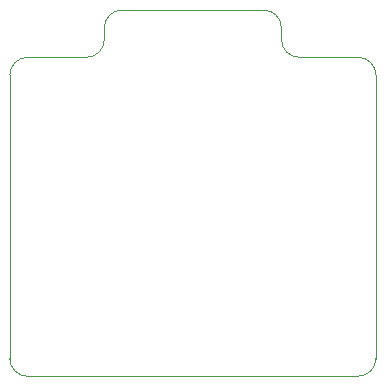
<source format=gm1>
G04 #@! TF.GenerationSoftware,KiCad,Pcbnew,7.0.1*
G04 #@! TF.CreationDate,2023-07-14T19:01:49+02:00*
G04 #@! TF.ProjectId,spectrophotometer_interface,73706563-7472-46f7-9068-6f746f6d6574,rev?*
G04 #@! TF.SameCoordinates,Original*
G04 #@! TF.FileFunction,Profile,NP*
%FSLAX46Y46*%
G04 Gerber Fmt 4.6, Leading zero omitted, Abs format (unit mm)*
G04 Created by KiCad (PCBNEW 7.0.1) date 2023-07-14 19:01:49*
%MOMM*%
%LPD*%
G01*
G04 APERTURE LIST*
G04 #@! TA.AperFunction,Profile*
%ADD10C,0.100000*%
G04 #@! TD*
G04 APERTURE END LIST*
D10*
X86969840Y-74500000D02*
X86969840Y-50500000D01*
X116469840Y-76000000D02*
X88469840Y-76000000D01*
X117969840Y-50500000D02*
X117969840Y-74500000D01*
X111469840Y-49000000D02*
X116469840Y-49000000D01*
X109969840Y-46500000D02*
X109969840Y-47500000D01*
X96469840Y-45000000D02*
X108469840Y-45000000D01*
X94969840Y-47500000D02*
X94969840Y-46500000D01*
X88469840Y-49000000D02*
X93469840Y-49000000D01*
X116469840Y-76000000D02*
G75*
G03*
X117969840Y-74500000I-1J1500001D01*
G01*
X86969840Y-74500000D02*
G75*
G03*
X88469840Y-76000000I1500001J1D01*
G01*
X88469840Y-49000000D02*
G75*
G03*
X86969840Y-50500000I1J-1500001D01*
G01*
X93469840Y-49000000D02*
G75*
G03*
X94969840Y-47500000I-1J1500001D01*
G01*
X96469840Y-45000000D02*
G75*
G03*
X94969840Y-46500000I1J-1500001D01*
G01*
X117969840Y-50500000D02*
G75*
G03*
X116469840Y-49000000I-1500001J-1D01*
G01*
X109969840Y-47500000D02*
G75*
G03*
X111469840Y-49000000I1500001J1D01*
G01*
X109969840Y-46500000D02*
G75*
G03*
X108469840Y-45000000I-1500000J0D01*
G01*
M02*

</source>
